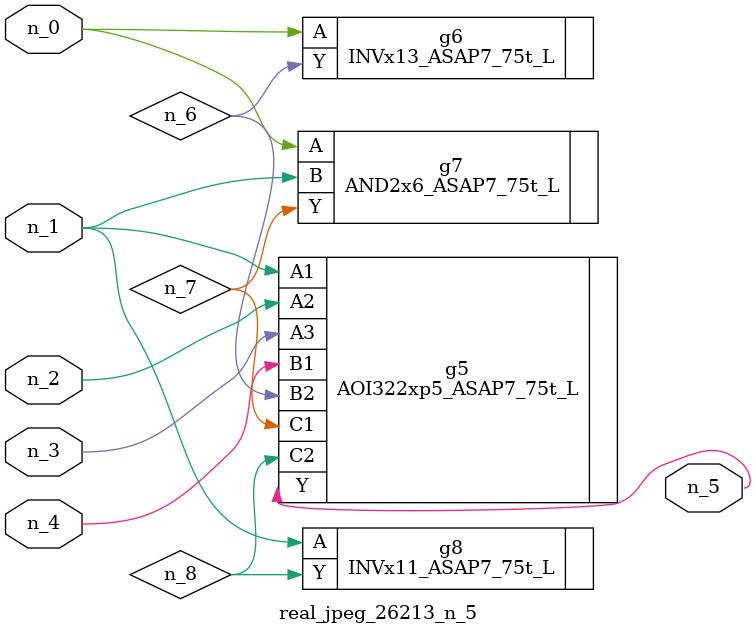
<source format=v>
module real_jpeg_26213_n_5 (n_4, n_0, n_1, n_2, n_3, n_5);

input n_4;
input n_0;
input n_1;
input n_2;
input n_3;

output n_5;

wire n_8;
wire n_6;
wire n_7;

INVx13_ASAP7_75t_L g6 ( 
.A(n_0),
.Y(n_6)
);

AND2x6_ASAP7_75t_L g7 ( 
.A(n_0),
.B(n_1),
.Y(n_7)
);

AOI322xp5_ASAP7_75t_L g5 ( 
.A1(n_1),
.A2(n_2),
.A3(n_3),
.B1(n_4),
.B2(n_6),
.C1(n_7),
.C2(n_8),
.Y(n_5)
);

INVx11_ASAP7_75t_L g8 ( 
.A(n_1),
.Y(n_8)
);


endmodule
</source>
